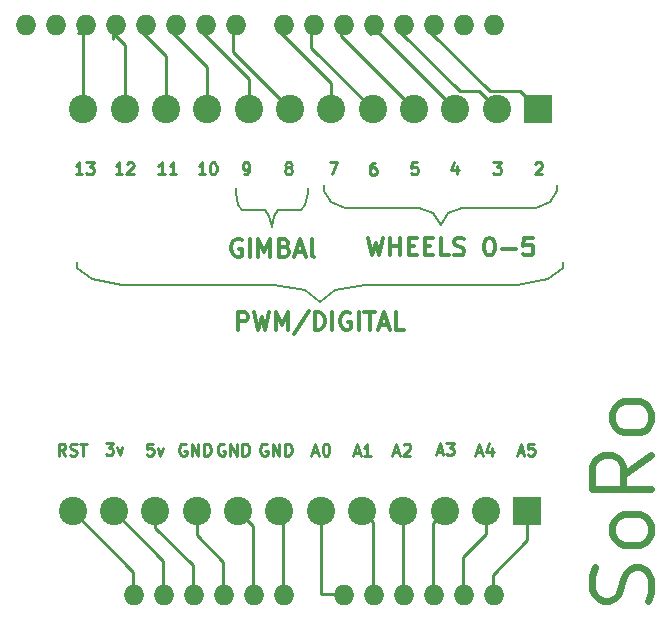
<source format=gbr>
%TF.GenerationSoftware,KiCad,Pcbnew,(6.0.7)*%
%TF.CreationDate,2022-11-28T13:53:11-06:00*%
%TF.ProjectId,Ebox,45626f78-2e6b-4696-9361-645f70636258,rev?*%
%TF.SameCoordinates,Original*%
%TF.FileFunction,Copper,L1,Top*%
%TF.FilePolarity,Positive*%
%FSLAX46Y46*%
G04 Gerber Fmt 4.6, Leading zero omitted, Abs format (unit mm)*
G04 Created by KiCad (PCBNEW (6.0.7)) date 2022-11-28 13:53:11*
%MOMM*%
%LPD*%
G01*
G04 APERTURE LIST*
%ADD10C,0.250000*%
%TA.AperFunction,NonConductor*%
%ADD11C,0.250000*%
%TD*%
%ADD12C,0.200000*%
%TA.AperFunction,NonConductor*%
%ADD13C,0.200000*%
%TD*%
%ADD14C,0.600000*%
%TA.AperFunction,NonConductor*%
%ADD15C,0.600000*%
%TD*%
%ADD16C,0.300000*%
%TA.AperFunction,NonConductor*%
%ADD17C,0.300000*%
%TD*%
%TA.AperFunction,ComponentPad*%
%ADD18O,1.727200X1.727200*%
%TD*%
%TA.AperFunction,ComponentPad*%
%ADD19R,2.400000X2.400000*%
%TD*%
%TA.AperFunction,ComponentPad*%
%ADD20C,2.400000*%
%TD*%
%TA.AperFunction,Conductor*%
%ADD21C,0.250000*%
%TD*%
G04 APERTURE END LIST*
D10*
D11*
X119367276Y-69026114D02*
X119367276Y-69692780D01*
X119129180Y-68645161D02*
X118891085Y-69359447D01*
X119510133Y-69359447D01*
D10*
D11*
X103276495Y-92565600D02*
X103181257Y-92517980D01*
X103038400Y-92517980D01*
X102895542Y-92565600D01*
X102800304Y-92660838D01*
X102752685Y-92756076D01*
X102705066Y-92946552D01*
X102705066Y-93089409D01*
X102752685Y-93279885D01*
X102800304Y-93375123D01*
X102895542Y-93470361D01*
X103038400Y-93517980D01*
X103133638Y-93517980D01*
X103276495Y-93470361D01*
X103324114Y-93422742D01*
X103324114Y-93089409D01*
X103133638Y-93089409D01*
X103752685Y-93517980D02*
X103752685Y-92517980D01*
X104324114Y-93517980D01*
X104324114Y-92517980D01*
X104800304Y-93517980D02*
X104800304Y-92517980D01*
X105038400Y-92517980D01*
X105181257Y-92565600D01*
X105276495Y-92660838D01*
X105324114Y-92756076D01*
X105371733Y-92946552D01*
X105371733Y-93089409D01*
X105324114Y-93279885D01*
X105276495Y-93375123D01*
X105181257Y-93470361D01*
X105038400Y-93517980D01*
X104800304Y-93517980D01*
D10*
D11*
X99669695Y-92565600D02*
X99574457Y-92517980D01*
X99431600Y-92517980D01*
X99288742Y-92565600D01*
X99193504Y-92660838D01*
X99145885Y-92756076D01*
X99098266Y-92946552D01*
X99098266Y-93089409D01*
X99145885Y-93279885D01*
X99193504Y-93375123D01*
X99288742Y-93470361D01*
X99431600Y-93517980D01*
X99526838Y-93517980D01*
X99669695Y-93470361D01*
X99717314Y-93422742D01*
X99717314Y-93089409D01*
X99526838Y-93089409D01*
X100145885Y-93517980D02*
X100145885Y-92517980D01*
X100717314Y-93517980D01*
X100717314Y-92517980D01*
X101193504Y-93517980D02*
X101193504Y-92517980D01*
X101431600Y-92517980D01*
X101574457Y-92565600D01*
X101669695Y-92660838D01*
X101717314Y-92756076D01*
X101764933Y-92946552D01*
X101764933Y-93089409D01*
X101717314Y-93279885D01*
X101669695Y-93375123D01*
X101574457Y-93470361D01*
X101431600Y-93517980D01*
X101193504Y-93517980D01*
D10*
D11*
X105009961Y-69121352D02*
X104914723Y-69073733D01*
X104867104Y-69026114D01*
X104819485Y-68930876D01*
X104819485Y-68883257D01*
X104867104Y-68788019D01*
X104914723Y-68740400D01*
X105009961Y-68692780D01*
X105200438Y-68692780D01*
X105295676Y-68740400D01*
X105343295Y-68788019D01*
X105390914Y-68883257D01*
X105390914Y-68930876D01*
X105343295Y-69026114D01*
X105295676Y-69073733D01*
X105200438Y-69121352D01*
X105009961Y-69121352D01*
X104914723Y-69168971D01*
X104867104Y-69216590D01*
X104819485Y-69311828D01*
X104819485Y-69502304D01*
X104867104Y-69597542D01*
X104914723Y-69645161D01*
X105009961Y-69692780D01*
X105200438Y-69692780D01*
X105295676Y-69645161D01*
X105343295Y-69597542D01*
X105390914Y-69502304D01*
X105390914Y-69311828D01*
X105343295Y-69216590D01*
X105295676Y-69168971D01*
X105200438Y-69121352D01*
D10*
D11*
X124507714Y-93232266D02*
X124983904Y-93232266D01*
X124412476Y-93517980D02*
X124745809Y-92517980D01*
X125079142Y-93517980D01*
X125888666Y-92517980D02*
X125412476Y-92517980D01*
X125364857Y-92994171D01*
X125412476Y-92946552D01*
X125507714Y-92898933D01*
X125745809Y-92898933D01*
X125841047Y-92946552D01*
X125888666Y-92994171D01*
X125936285Y-93089409D01*
X125936285Y-93327504D01*
X125888666Y-93422742D01*
X125841047Y-93470361D01*
X125745809Y-93517980D01*
X125507714Y-93517980D01*
X125412476Y-93470361D01*
X125364857Y-93422742D01*
D10*
D11*
X117649714Y-93181466D02*
X118125904Y-93181466D01*
X117554476Y-93467180D02*
X117887809Y-92467180D01*
X118221142Y-93467180D01*
X118459238Y-92467180D02*
X119078285Y-92467180D01*
X118744952Y-92848133D01*
X118887809Y-92848133D01*
X118983047Y-92895752D01*
X119030666Y-92943371D01*
X119078285Y-93038609D01*
X119078285Y-93276704D01*
X119030666Y-93371942D01*
X118983047Y-93419561D01*
X118887809Y-93467180D01*
X118602095Y-93467180D01*
X118506857Y-93419561D01*
X118459238Y-93371942D01*
D12*
D13*
X128316400Y-77140038D02*
X128316400Y-77616228D01*
X127030685Y-78568609D01*
X124459257Y-79044800D01*
X111602114Y-79044800D01*
X109030685Y-79520990D01*
X107744971Y-80473371D01*
X106459257Y-79520990D01*
X103887828Y-79044800D01*
X91030685Y-79044800D01*
X88459257Y-78568609D01*
X87173542Y-77616228D01*
X87173542Y-77140038D01*
D10*
D11*
X93633942Y-92517980D02*
X93157752Y-92517980D01*
X93110133Y-92994171D01*
X93157752Y-92946552D01*
X93252990Y-92898933D01*
X93491085Y-92898933D01*
X93586323Y-92946552D01*
X93633942Y-92994171D01*
X93681561Y-93089409D01*
X93681561Y-93327504D01*
X93633942Y-93422742D01*
X93586323Y-93470361D01*
X93491085Y-93517980D01*
X93252990Y-93517980D01*
X93157752Y-93470361D01*
X93110133Y-93422742D01*
X94014895Y-92851314D02*
X94252990Y-93517980D01*
X94491085Y-92851314D01*
D10*
D11*
X116011295Y-68692780D02*
X115535104Y-68692780D01*
X115487485Y-69168971D01*
X115535104Y-69121352D01*
X115630342Y-69073733D01*
X115868438Y-69073733D01*
X115963676Y-69121352D01*
X116011295Y-69168971D01*
X116058914Y-69264209D01*
X116058914Y-69502304D01*
X116011295Y-69597542D01*
X115963676Y-69645161D01*
X115868438Y-69692780D01*
X115630342Y-69692780D01*
X115535104Y-69645161D01*
X115487485Y-69597542D01*
D10*
D11*
X94653123Y-69692780D02*
X94081695Y-69692780D01*
X94367409Y-69692780D02*
X94367409Y-68692780D01*
X94272171Y-68835638D01*
X94176933Y-68930876D01*
X94081695Y-68978495D01*
X95605504Y-69692780D02*
X95034076Y-69692780D01*
X95319790Y-69692780D02*
X95319790Y-68692780D01*
X95224552Y-68835638D01*
X95129314Y-68930876D01*
X95034076Y-68978495D01*
D12*
D13*
X106711333Y-70840838D02*
X106711333Y-71317028D01*
X106520857Y-72269409D01*
X106139904Y-72745600D01*
X104235142Y-72745600D01*
X103854190Y-73221790D01*
X103663714Y-74174171D01*
X103473238Y-73221790D01*
X103092285Y-72745600D01*
X101187523Y-72745600D01*
X100806571Y-72269409D01*
X100616095Y-71317028D01*
X100616095Y-70840838D01*
D10*
D11*
X89608114Y-92467180D02*
X90227161Y-92467180D01*
X89893828Y-92848133D01*
X90036685Y-92848133D01*
X90131923Y-92895752D01*
X90179542Y-92943371D01*
X90227161Y-93038609D01*
X90227161Y-93276704D01*
X90179542Y-93371942D01*
X90131923Y-93419561D01*
X90036685Y-93467180D01*
X89750971Y-93467180D01*
X89655733Y-93419561D01*
X89608114Y-93371942D01*
X90560495Y-92800514D02*
X90798590Y-93467180D01*
X91036685Y-92800514D01*
D10*
D11*
X108581866Y-68692780D02*
X109248533Y-68692780D01*
X108819961Y-69692780D01*
D10*
D11*
X121002514Y-93232266D02*
X121478704Y-93232266D01*
X120907276Y-93517980D02*
X121240609Y-92517980D01*
X121573942Y-93517980D01*
X122335847Y-92851314D02*
X122335847Y-93517980D01*
X122097752Y-92470361D02*
X121859657Y-93184647D01*
X122478704Y-93184647D01*
D10*
D11*
X113992114Y-93232266D02*
X114468304Y-93232266D01*
X113896876Y-93517980D02*
X114230209Y-92517980D01*
X114563542Y-93517980D01*
X114849257Y-92613219D02*
X114896876Y-92565600D01*
X114992114Y-92517980D01*
X115230209Y-92517980D01*
X115325447Y-92565600D01*
X115373066Y-92613219D01*
X115420685Y-92708457D01*
X115420685Y-92803695D01*
X115373066Y-92946552D01*
X114801638Y-93517980D01*
X115420685Y-93517980D01*
D10*
D11*
X98056723Y-69692780D02*
X97485295Y-69692780D01*
X97771009Y-69692780D02*
X97771009Y-68692780D01*
X97675771Y-68835638D01*
X97580533Y-68930876D01*
X97485295Y-68978495D01*
X98675771Y-68692780D02*
X98771009Y-68692780D01*
X98866247Y-68740400D01*
X98913866Y-68788019D01*
X98961485Y-68883257D01*
X99009104Y-69073733D01*
X99009104Y-69311828D01*
X98961485Y-69502304D01*
X98913866Y-69597542D01*
X98866247Y-69645161D01*
X98771009Y-69692780D01*
X98675771Y-69692780D01*
X98580533Y-69645161D01*
X98532914Y-69597542D01*
X98485295Y-69502304D01*
X98437676Y-69311828D01*
X98437676Y-69073733D01*
X98485295Y-68883257D01*
X98532914Y-68788019D01*
X98580533Y-68740400D01*
X98675771Y-68692780D01*
D10*
D11*
X96418495Y-92565600D02*
X96323257Y-92517980D01*
X96180400Y-92517980D01*
X96037542Y-92565600D01*
X95942304Y-92660838D01*
X95894685Y-92756076D01*
X95847066Y-92946552D01*
X95847066Y-93089409D01*
X95894685Y-93279885D01*
X95942304Y-93375123D01*
X96037542Y-93470361D01*
X96180400Y-93517980D01*
X96275638Y-93517980D01*
X96418495Y-93470361D01*
X96466114Y-93422742D01*
X96466114Y-93089409D01*
X96275638Y-93089409D01*
X96894685Y-93517980D02*
X96894685Y-92517980D01*
X97466114Y-93517980D01*
X97466114Y-92517980D01*
X97942304Y-93517980D02*
X97942304Y-92517980D01*
X98180400Y-92517980D01*
X98323257Y-92565600D01*
X98418495Y-92660838D01*
X98466114Y-92756076D01*
X98513733Y-92946552D01*
X98513733Y-93089409D01*
X98466114Y-93279885D01*
X98418495Y-93375123D01*
X98323257Y-93470361D01*
X98180400Y-93517980D01*
X97942304Y-93517980D01*
D14*
D15*
X135577009Y-105835980D02*
X135815104Y-105121695D01*
X135815104Y-103931219D01*
X135577009Y-103455028D01*
X135338914Y-103216933D01*
X134862723Y-102978838D01*
X134386533Y-102978838D01*
X133910342Y-103216933D01*
X133672247Y-103455028D01*
X133434152Y-103931219D01*
X133196057Y-104883600D01*
X132957961Y-105359790D01*
X132719866Y-105597885D01*
X132243676Y-105835980D01*
X131767485Y-105835980D01*
X131291295Y-105597885D01*
X131053200Y-105359790D01*
X130815104Y-104883600D01*
X130815104Y-103693123D01*
X131053200Y-102978838D01*
X135815104Y-100121695D02*
X135577009Y-100597885D01*
X135338914Y-100835980D01*
X134862723Y-101074076D01*
X133434152Y-101074076D01*
X132957961Y-100835980D01*
X132719866Y-100597885D01*
X132481771Y-100121695D01*
X132481771Y-99407409D01*
X132719866Y-98931219D01*
X132957961Y-98693123D01*
X133434152Y-98455028D01*
X134862723Y-98455028D01*
X135338914Y-98693123D01*
X135577009Y-98931219D01*
X135815104Y-99407409D01*
X135815104Y-100121695D01*
X135815104Y-93455028D02*
X133434152Y-95121695D01*
X135815104Y-96312171D02*
X130815104Y-96312171D01*
X130815104Y-94407409D01*
X131053200Y-93931219D01*
X131291295Y-93693123D01*
X131767485Y-93455028D01*
X132481771Y-93455028D01*
X132957961Y-93693123D01*
X133196057Y-93931219D01*
X133434152Y-94407409D01*
X133434152Y-96312171D01*
X135815104Y-90597885D02*
X135577009Y-91074076D01*
X135338914Y-91312171D01*
X134862723Y-91550266D01*
X133434152Y-91550266D01*
X132957961Y-91312171D01*
X132719866Y-91074076D01*
X132481771Y-90597885D01*
X132481771Y-89883600D01*
X132719866Y-89407409D01*
X132957961Y-89169314D01*
X133434152Y-88931219D01*
X134862723Y-88931219D01*
X135338914Y-89169314D01*
X135577009Y-89407409D01*
X135815104Y-89883600D01*
X135815104Y-90597885D01*
D10*
D11*
X112458476Y-68743580D02*
X112268000Y-68743580D01*
X112172761Y-68791200D01*
X112125142Y-68838819D01*
X112029904Y-68981676D01*
X111982285Y-69172152D01*
X111982285Y-69553104D01*
X112029904Y-69648342D01*
X112077523Y-69695961D01*
X112172761Y-69743580D01*
X112363238Y-69743580D01*
X112458476Y-69695961D01*
X112506095Y-69648342D01*
X112553714Y-69553104D01*
X112553714Y-69315009D01*
X112506095Y-69219771D01*
X112458476Y-69172152D01*
X112363238Y-69124533D01*
X112172761Y-69124533D01*
X112077523Y-69172152D01*
X112029904Y-69219771D01*
X111982285Y-69315009D01*
D16*
D17*
X111836285Y-75073771D02*
X112193428Y-76573771D01*
X112479142Y-75502342D01*
X112764857Y-76573771D01*
X113122000Y-75073771D01*
X113693428Y-76573771D02*
X113693428Y-75073771D01*
X113693428Y-75788057D02*
X114550571Y-75788057D01*
X114550571Y-76573771D02*
X114550571Y-75073771D01*
X115264857Y-75788057D02*
X115764857Y-75788057D01*
X115979142Y-76573771D02*
X115264857Y-76573771D01*
X115264857Y-75073771D01*
X115979142Y-75073771D01*
X116622000Y-75788057D02*
X117122000Y-75788057D01*
X117336285Y-76573771D02*
X116622000Y-76573771D01*
X116622000Y-75073771D01*
X117336285Y-75073771D01*
X118693428Y-76573771D02*
X117979142Y-76573771D01*
X117979142Y-75073771D01*
X119122000Y-76502342D02*
X119336285Y-76573771D01*
X119693428Y-76573771D01*
X119836285Y-76502342D01*
X119907714Y-76430914D01*
X119979142Y-76288057D01*
X119979142Y-76145200D01*
X119907714Y-76002342D01*
X119836285Y-75930914D01*
X119693428Y-75859485D01*
X119407714Y-75788057D01*
X119264857Y-75716628D01*
X119193428Y-75645200D01*
X119122000Y-75502342D01*
X119122000Y-75359485D01*
X119193428Y-75216628D01*
X119264857Y-75145200D01*
X119407714Y-75073771D01*
X119764857Y-75073771D01*
X119979142Y-75145200D01*
X122050571Y-75073771D02*
X122193428Y-75073771D01*
X122336285Y-75145200D01*
X122407714Y-75216628D01*
X122479142Y-75359485D01*
X122550571Y-75645200D01*
X122550571Y-76002342D01*
X122479142Y-76288057D01*
X122407714Y-76430914D01*
X122336285Y-76502342D01*
X122193428Y-76573771D01*
X122050571Y-76573771D01*
X121907714Y-76502342D01*
X121836285Y-76430914D01*
X121764857Y-76288057D01*
X121693428Y-76002342D01*
X121693428Y-75645200D01*
X121764857Y-75359485D01*
X121836285Y-75216628D01*
X121907714Y-75145200D01*
X122050571Y-75073771D01*
X123193428Y-76002342D02*
X124336285Y-76002342D01*
X125764857Y-75073771D02*
X125050571Y-75073771D01*
X124979142Y-75788057D01*
X125050571Y-75716628D01*
X125193428Y-75645200D01*
X125550571Y-75645200D01*
X125693428Y-75716628D01*
X125764857Y-75788057D01*
X125836285Y-75930914D01*
X125836285Y-76288057D01*
X125764857Y-76430914D01*
X125693428Y-76502342D01*
X125550571Y-76573771D01*
X125193428Y-76573771D01*
X125050571Y-76502342D01*
X124979142Y-76430914D01*
D10*
D11*
X126003085Y-68788019D02*
X126050704Y-68740400D01*
X126145942Y-68692780D01*
X126384038Y-68692780D01*
X126479276Y-68740400D01*
X126526895Y-68788019D01*
X126574514Y-68883257D01*
X126574514Y-68978495D01*
X126526895Y-69121352D01*
X125955466Y-69692780D01*
X126574514Y-69692780D01*
D16*
D17*
X100818228Y-82872971D02*
X100818228Y-81372971D01*
X101389657Y-81372971D01*
X101532514Y-81444400D01*
X101603942Y-81515828D01*
X101675371Y-81658685D01*
X101675371Y-81872971D01*
X101603942Y-82015828D01*
X101532514Y-82087257D01*
X101389657Y-82158685D01*
X100818228Y-82158685D01*
X102175371Y-81372971D02*
X102532514Y-82872971D01*
X102818228Y-81801542D01*
X103103942Y-82872971D01*
X103461085Y-81372971D01*
X104032514Y-82872971D02*
X104032514Y-81372971D01*
X104532514Y-82444400D01*
X105032514Y-81372971D01*
X105032514Y-82872971D01*
X106818228Y-81301542D02*
X105532514Y-83230114D01*
X107318228Y-82872971D02*
X107318228Y-81372971D01*
X107675371Y-81372971D01*
X107889657Y-81444400D01*
X108032514Y-81587257D01*
X108103942Y-81730114D01*
X108175371Y-82015828D01*
X108175371Y-82230114D01*
X108103942Y-82515828D01*
X108032514Y-82658685D01*
X107889657Y-82801542D01*
X107675371Y-82872971D01*
X107318228Y-82872971D01*
X108818228Y-82872971D02*
X108818228Y-81372971D01*
X110318228Y-81444400D02*
X110175371Y-81372971D01*
X109961085Y-81372971D01*
X109746800Y-81444400D01*
X109603942Y-81587257D01*
X109532514Y-81730114D01*
X109461085Y-82015828D01*
X109461085Y-82230114D01*
X109532514Y-82515828D01*
X109603942Y-82658685D01*
X109746800Y-82801542D01*
X109961085Y-82872971D01*
X110103942Y-82872971D01*
X110318228Y-82801542D01*
X110389657Y-82730114D01*
X110389657Y-82230114D01*
X110103942Y-82230114D01*
X111032514Y-82872971D02*
X111032514Y-81372971D01*
X111532514Y-81372971D02*
X112389657Y-81372971D01*
X111961085Y-82872971D02*
X111961085Y-81372971D01*
X112818228Y-82444400D02*
X113532514Y-82444400D01*
X112675371Y-82872971D02*
X113175371Y-81372971D01*
X113675371Y-82872971D01*
X114889657Y-82872971D02*
X114175371Y-82872971D01*
X114175371Y-81372971D01*
D12*
D13*
X127876533Y-70637638D02*
X127876533Y-71113828D01*
X127257485Y-72066209D01*
X126019390Y-72542400D01*
X119828914Y-72542400D01*
X118590819Y-73018590D01*
X117971771Y-73970971D01*
X117352723Y-73018590D01*
X116114628Y-72542400D01*
X109924152Y-72542400D01*
X108686057Y-72066209D01*
X108067009Y-71113828D01*
X108067009Y-70637638D01*
D10*
D11*
X86218780Y-93517980D02*
X85885447Y-93041790D01*
X85647352Y-93517980D02*
X85647352Y-92517980D01*
X86028304Y-92517980D01*
X86123542Y-92565600D01*
X86171161Y-92613219D01*
X86218780Y-92708457D01*
X86218780Y-92851314D01*
X86171161Y-92946552D01*
X86123542Y-92994171D01*
X86028304Y-93041790D01*
X85647352Y-93041790D01*
X86599733Y-93470361D02*
X86742590Y-93517980D01*
X86980685Y-93517980D01*
X87075923Y-93470361D01*
X87123542Y-93422742D01*
X87171161Y-93327504D01*
X87171161Y-93232266D01*
X87123542Y-93137028D01*
X87075923Y-93089409D01*
X86980685Y-93041790D01*
X86790209Y-92994171D01*
X86694971Y-92946552D01*
X86647352Y-92898933D01*
X86599733Y-92803695D01*
X86599733Y-92708457D01*
X86647352Y-92613219D01*
X86694971Y-92565600D01*
X86790209Y-92517980D01*
X87028304Y-92517980D01*
X87171161Y-92565600D01*
X87456876Y-92517980D02*
X88028304Y-92517980D01*
X87742590Y-93517980D02*
X87742590Y-92517980D01*
D16*
D17*
X101126457Y-75246800D02*
X100983600Y-75175371D01*
X100769314Y-75175371D01*
X100555028Y-75246800D01*
X100412171Y-75389657D01*
X100340742Y-75532514D01*
X100269314Y-75818228D01*
X100269314Y-76032514D01*
X100340742Y-76318228D01*
X100412171Y-76461085D01*
X100555028Y-76603942D01*
X100769314Y-76675371D01*
X100912171Y-76675371D01*
X101126457Y-76603942D01*
X101197885Y-76532514D01*
X101197885Y-76032514D01*
X100912171Y-76032514D01*
X101840742Y-76675371D02*
X101840742Y-75175371D01*
X102555028Y-76675371D02*
X102555028Y-75175371D01*
X103055028Y-76246800D01*
X103555028Y-75175371D01*
X103555028Y-76675371D01*
X104769314Y-75889657D02*
X104983600Y-75961085D01*
X105055028Y-76032514D01*
X105126457Y-76175371D01*
X105126457Y-76389657D01*
X105055028Y-76532514D01*
X104983600Y-76603942D01*
X104840742Y-76675371D01*
X104269314Y-76675371D01*
X104269314Y-75175371D01*
X104769314Y-75175371D01*
X104912171Y-75246800D01*
X104983600Y-75318228D01*
X105055028Y-75461085D01*
X105055028Y-75603942D01*
X104983600Y-75746800D01*
X104912171Y-75818228D01*
X104769314Y-75889657D01*
X104269314Y-75889657D01*
X105697885Y-76246800D02*
X106412171Y-76246800D01*
X105555028Y-76675371D02*
X106055028Y-75175371D01*
X106555028Y-76675371D01*
X107269314Y-76675371D02*
X107126457Y-76603942D01*
X107055028Y-76461085D01*
X107055028Y-75175371D01*
D10*
D11*
X107134114Y-93232266D02*
X107610304Y-93232266D01*
X107038876Y-93517980D02*
X107372209Y-92517980D01*
X107705542Y-93517980D01*
X108229352Y-92517980D02*
X108324590Y-92517980D01*
X108419828Y-92565600D01*
X108467447Y-92613219D01*
X108515066Y-92708457D01*
X108562685Y-92898933D01*
X108562685Y-93137028D01*
X108515066Y-93327504D01*
X108467447Y-93422742D01*
X108419828Y-93470361D01*
X108324590Y-93517980D01*
X108229352Y-93517980D01*
X108134114Y-93470361D01*
X108086495Y-93422742D01*
X108038876Y-93327504D01*
X107991257Y-93137028D01*
X107991257Y-92898933D01*
X108038876Y-92708457D01*
X108086495Y-92613219D01*
X108134114Y-92565600D01*
X108229352Y-92517980D01*
D10*
D11*
X122450266Y-68692780D02*
X123069314Y-68692780D01*
X122735980Y-69073733D01*
X122878838Y-69073733D01*
X122974076Y-69121352D01*
X123021695Y-69168971D01*
X123069314Y-69264209D01*
X123069314Y-69502304D01*
X123021695Y-69597542D01*
X122974076Y-69645161D01*
X122878838Y-69692780D01*
X122593123Y-69692780D01*
X122497885Y-69645161D01*
X122450266Y-69597542D01*
D10*
D11*
X91046323Y-69692780D02*
X90474895Y-69692780D01*
X90760609Y-69692780D02*
X90760609Y-68692780D01*
X90665371Y-68835638D01*
X90570133Y-68930876D01*
X90474895Y-68978495D01*
X91427276Y-68788019D02*
X91474895Y-68740400D01*
X91570133Y-68692780D01*
X91808228Y-68692780D01*
X91903466Y-68740400D01*
X91951085Y-68788019D01*
X91998704Y-68883257D01*
X91998704Y-68978495D01*
X91951085Y-69121352D01*
X91379657Y-69692780D01*
X91998704Y-69692780D01*
D10*
D11*
X110639314Y-93283066D02*
X111115504Y-93283066D01*
X110544076Y-93568780D02*
X110877409Y-92568780D01*
X111210742Y-93568780D01*
X112067885Y-93568780D02*
X111496457Y-93568780D01*
X111782171Y-93568780D02*
X111782171Y-92568780D01*
X111686933Y-92711638D01*
X111591695Y-92806876D01*
X111496457Y-92854495D01*
D10*
D11*
X101307923Y-69692780D02*
X101498400Y-69692780D01*
X101593638Y-69645161D01*
X101641257Y-69597542D01*
X101736495Y-69454685D01*
X101784114Y-69264209D01*
X101784114Y-68883257D01*
X101736495Y-68788019D01*
X101688876Y-68740400D01*
X101593638Y-68692780D01*
X101403161Y-68692780D01*
X101307923Y-68740400D01*
X101260304Y-68788019D01*
X101212685Y-68883257D01*
X101212685Y-69121352D01*
X101260304Y-69216590D01*
X101307923Y-69264209D01*
X101403161Y-69311828D01*
X101593638Y-69311828D01*
X101688876Y-69264209D01*
X101736495Y-69216590D01*
X101784114Y-69121352D01*
D10*
D11*
X87642723Y-69692780D02*
X87071295Y-69692780D01*
X87357009Y-69692780D02*
X87357009Y-68692780D01*
X87261771Y-68835638D01*
X87166533Y-68930876D01*
X87071295Y-68978495D01*
X87976057Y-68692780D02*
X88595104Y-68692780D01*
X88261771Y-69073733D01*
X88404628Y-69073733D01*
X88499866Y-69121352D01*
X88547485Y-69168971D01*
X88595104Y-69264209D01*
X88595104Y-69502304D01*
X88547485Y-69597542D01*
X88499866Y-69645161D01*
X88404628Y-69692780D01*
X88118914Y-69692780D01*
X88023676Y-69645161D01*
X87976057Y-69597542D01*
D18*
%TO.P,XA1,3V3,3.3V*%
%TO.N,Net-(XA1-Pad3V3)*%
X94575500Y-105322500D03*
%TO.P,XA1,5V1,5V*%
%TO.N,Net-(XA1-Pad5V1)*%
X97115500Y-105322500D03*
%TO.P,XA1,A0,A0*%
%TO.N,Net-(XA1-PadA0)*%
X109815500Y-105322500D03*
%TO.P,XA1,A1,A1*%
%TO.N,Net-(XA1-PadA1)*%
X112355500Y-105322500D03*
%TO.P,XA1,A2,A2*%
%TO.N,Net-(XA1-PadA2)*%
X114895500Y-105322500D03*
%TO.P,XA1,A3,A3*%
%TO.N,Net-(XA1-PadA3)*%
X117435500Y-105322500D03*
%TO.P,XA1,A4,A4*%
%TO.N,Net-(XA1-PadA4)*%
X119975500Y-105322500D03*
%TO.P,XA1,A5,A5*%
%TO.N,Net-(XA1-PadA5)*%
X122515500Y-105322500D03*
%TO.P,XA1,AREF,AREF*%
%TO.N,unconnected-(XA1-PadAREF)*%
X82891500Y-57062500D03*
%TO.P,XA1,D0,D0_RX0*%
%TO.N,unconnected-(XA1-PadD0)*%
X122515500Y-57062500D03*
%TO.P,XA1,D1,D1_TX0*%
%TO.N,unconnected-(XA1-PadD1)*%
X119975500Y-57062500D03*
%TO.P,XA1,D2,D2_INT0*%
%TO.N,Net-(XA1-PadD2)*%
X117435500Y-57062500D03*
%TO.P,XA1,D3,D3_INT1*%
%TO.N,Net-(XA1-PadD3)*%
X114895500Y-57062500D03*
%TO.P,XA1,D4,D4*%
%TO.N,Net-(XA1-PadD4)*%
X112355500Y-57062500D03*
%TO.P,XA1,D5,D5*%
%TO.N,Net-(XA1-PadD5)*%
X109815500Y-57062500D03*
%TO.P,XA1,D6,D6*%
%TO.N,Net-(J1-Pad5)*%
X107275500Y-57062500D03*
%TO.P,XA1,D7,D7*%
%TO.N,Net-(J1-Pad6)*%
X104735500Y-57062500D03*
%TO.P,XA1,D8,D8*%
%TO.N,Net-(J1-Pad7)*%
X100671500Y-57062500D03*
%TO.P,XA1,D9,D9*%
%TO.N,Net-(J1-Pad8)*%
X98131500Y-57062500D03*
%TO.P,XA1,D10,D10*%
%TO.N,Net-(J1-Pad9)*%
X95591500Y-57062500D03*
%TO.P,XA1,D11,D11*%
%TO.N,Net-(J1-Pad10)*%
X93051500Y-57062500D03*
%TO.P,XA1,D12,D12*%
%TO.N,Net-(J1-Pad11)*%
X90511500Y-57062500D03*
%TO.P,XA1,D13,D13*%
%TO.N,Net-(J1-Pad12)*%
X87971500Y-57062500D03*
%TO.P,XA1,GND1,GND*%
%TO.N,unconnected-(XA1-PadGND1)*%
X85431500Y-57062500D03*
%TO.P,XA1,GND2,GND*%
%TO.N,Net-(XA1-PadGND2)*%
X99655500Y-105322500D03*
%TO.P,XA1,GND3,GND*%
%TO.N,Net-(XA1-PadGND3)*%
X102195500Y-105322500D03*
%TO.P,XA1,RST1,RESET*%
%TO.N,Net-(XA1-PadRST1)*%
X92035500Y-105322500D03*
%TO.P,XA1,VIN,VIN*%
%TO.N,Net-(XA1-PadVIN)*%
X104735500Y-105322500D03*
%TD*%
D19*
%TO.P,J2,1,Pin_1*%
%TO.N,Net-(XA1-PadA5)*%
X125320400Y-98245600D03*
D20*
%TO.P,J2,2,Pin_2*%
%TO.N,Net-(XA1-PadA4)*%
X121820400Y-98245600D03*
%TO.P,J2,3,Pin_3*%
%TO.N,Net-(XA1-PadA3)*%
X118320400Y-98245600D03*
%TO.P,J2,4,Pin_4*%
%TO.N,Net-(XA1-PadA2)*%
X114820400Y-98245600D03*
%TO.P,J2,5,Pin_5*%
%TO.N,Net-(XA1-PadA1)*%
X111320400Y-98245600D03*
%TO.P,J2,6,Pin_6*%
%TO.N,Net-(XA1-PadA0)*%
X107820400Y-98245600D03*
%TO.P,J2,7,Pin_7*%
%TO.N,Net-(XA1-PadVIN)*%
X104320400Y-98245600D03*
%TO.P,J2,8,Pin_8*%
%TO.N,Net-(XA1-PadGND3)*%
X100820400Y-98245600D03*
%TO.P,J2,9,Pin_9*%
%TO.N,Net-(XA1-PadGND2)*%
X97320400Y-98245600D03*
%TO.P,J2,10,Pin_10*%
%TO.N,Net-(XA1-Pad5V1)*%
X93820400Y-98245600D03*
%TO.P,J2,11,Pin_11*%
%TO.N,Net-(XA1-Pad3V3)*%
X90320400Y-98245600D03*
%TO.P,J2,12,Pin_12*%
%TO.N,Net-(XA1-PadRST1)*%
X86820400Y-98245600D03*
%TD*%
D19*
%TO.P,J1,1,Pin_1*%
%TO.N,Net-(XA1-PadD2)*%
X126234800Y-64209600D03*
D20*
%TO.P,J1,2,Pin_2*%
%TO.N,Net-(XA1-PadD3)*%
X122734800Y-64209600D03*
%TO.P,J1,3,Pin_3*%
%TO.N,Net-(XA1-PadD4)*%
X119234800Y-64209600D03*
%TO.P,J1,4,Pin_4*%
%TO.N,Net-(XA1-PadD5)*%
X115734800Y-64209600D03*
%TO.P,J1,5,Pin_5*%
%TO.N,Net-(J1-Pad5)*%
X112234800Y-64209600D03*
%TO.P,J1,6,Pin_6*%
%TO.N,Net-(J1-Pad6)*%
X108734800Y-64209600D03*
%TO.P,J1,7,Pin_7*%
%TO.N,Net-(J1-Pad7)*%
X105234800Y-64209600D03*
%TO.P,J1,8,Pin_8*%
%TO.N,Net-(J1-Pad8)*%
X101734800Y-64209600D03*
%TO.P,J1,9,Pin_9*%
%TO.N,Net-(J1-Pad9)*%
X98234800Y-64209600D03*
%TO.P,J1,10,Pin_10*%
%TO.N,Net-(J1-Pad10)*%
X94734800Y-64209600D03*
%TO.P,J1,11,Pin_11*%
%TO.N,Net-(J1-Pad11)*%
X91234800Y-64209600D03*
%TO.P,J1,12,Pin_12*%
%TO.N,Net-(J1-Pad12)*%
X87734800Y-64209600D03*
%TD*%
D21*
%TO.N,Net-(XA1-PadD2)*%
X124709800Y-62684600D02*
X122131900Y-62684600D01*
X126234800Y-64209600D02*
X124709800Y-62684600D01*
X122131900Y-62684600D02*
X117170200Y-57722900D01*
%TO.N,Net-(XA1-PadD3)*%
X121209800Y-62684600D02*
X119591900Y-62684600D01*
X119591900Y-62684600D02*
X114630200Y-57722900D01*
X122734800Y-64209600D02*
X121209800Y-62684600D01*
%TO.N,Net-(XA1-PadD4)*%
X112748100Y-57722900D02*
X112090200Y-57722900D01*
X111973600Y-57839500D02*
X112090200Y-57722900D01*
X119234800Y-64209600D02*
X112748100Y-57722900D01*
%TO.N,Net-(XA1-PadD5)*%
X109550200Y-58025000D02*
X109550200Y-57722900D01*
X115734800Y-64209600D02*
X109550200Y-58025000D01*
%TO.N,Net-(J1-Pad5)*%
X107010200Y-58985000D02*
X107010200Y-57722900D01*
X112234800Y-64209600D02*
X107010200Y-58985000D01*
%TO.N,Net-(J1-Pad6)*%
X108734800Y-64209600D02*
X108734800Y-61987500D01*
X108734800Y-61987500D02*
X104470200Y-57722900D01*
%TO.N,Net-(J1-Pad7)*%
X105234800Y-64209600D02*
X100406200Y-59381000D01*
X100406200Y-59381000D02*
X100406200Y-57722900D01*
%TO.N,Net-(J1-Pad8)*%
X101734800Y-61591500D02*
X97866200Y-57722900D01*
X101734800Y-64209600D02*
X101734800Y-61591500D01*
%TO.N,Net-(J1-Pad9)*%
X98234800Y-60631500D02*
X95326200Y-57722900D01*
X98234800Y-64209600D02*
X98234800Y-60631500D01*
%TO.N,Net-(J1-Pad10)*%
X94734800Y-64209600D02*
X94734800Y-59671500D01*
X94734800Y-59671500D02*
X92786200Y-57722900D01*
%TO.N,Net-(J1-Pad11)*%
X91234800Y-58711500D02*
X90246200Y-57722900D01*
X90246200Y-58243400D02*
X90246200Y-57722900D01*
X91234800Y-64209600D02*
X91234800Y-58711500D01*
%TO.N,Net-(J1-Pad12)*%
X87734800Y-64209600D02*
X87734800Y-57751500D01*
X87266700Y-57722900D02*
X87706200Y-57722900D01*
X87734800Y-57751500D02*
X87706200Y-57722900D01*
%TO.N,Net-(XA1-PadA5)*%
X122413900Y-105271700D02*
X122413900Y-103595300D01*
X122413900Y-103595300D02*
X125320400Y-100688800D01*
X125320400Y-100688800D02*
X125320400Y-98245600D01*
%TO.N,Net-(XA1-PadA4)*%
X119873900Y-102122100D02*
X121820400Y-100175600D01*
X121820400Y-100175600D02*
X121820400Y-98245600D01*
X119873900Y-105271700D02*
X119873900Y-102122100D01*
%TO.N,Net-(XA1-PadA3)*%
X117333900Y-99232100D02*
X118320400Y-98245600D01*
X117333900Y-105271700D02*
X117333900Y-99232100D01*
%TO.N,Net-(XA1-PadA2)*%
X114793900Y-105271700D02*
X114793900Y-98272100D01*
X114793900Y-98272100D02*
X114820400Y-98245600D01*
%TO.N,Net-(XA1-PadA1)*%
X112253900Y-105271700D02*
X112253900Y-99179100D01*
X112253900Y-99179100D02*
X111320400Y-98245600D01*
%TO.N,Net-(XA1-PadA0)*%
X109713900Y-105271700D02*
X107820400Y-105271700D01*
X107820400Y-105271700D02*
X107820400Y-98245600D01*
%TO.N,Net-(XA1-PadVIN)*%
X104633900Y-105271700D02*
X104633900Y-98559100D01*
X104633900Y-98559100D02*
X104320400Y-98245600D01*
%TO.N,Net-(XA1-PadGND3)*%
X102093900Y-105271700D02*
X102093900Y-99519100D01*
X102093900Y-99519100D02*
X100820400Y-98245600D01*
%TO.N,Net-(XA1-PadGND2)*%
X97320400Y-100266800D02*
X97320400Y-98245600D01*
X99553900Y-102500300D02*
X97320400Y-100266800D01*
X99553900Y-105271700D02*
X99553900Y-102500300D01*
%TO.N,Net-(XA1-Pad5V1)*%
X97013900Y-102805100D02*
X93820400Y-99611600D01*
X97013900Y-105271700D02*
X97013900Y-102805100D01*
X93820400Y-99611600D02*
X93820400Y-98245600D01*
%TO.N,Net-(XA1-Pad3V3)*%
X94473900Y-105271700D02*
X94473900Y-102399100D01*
X94473900Y-102399100D02*
X90320400Y-98245600D01*
%TO.N,Net-(XA1-PadRST1)*%
X91933900Y-103359100D02*
X86820400Y-98245600D01*
X91933900Y-105271700D02*
X91933900Y-103359100D01*
%TD*%
M02*

</source>
